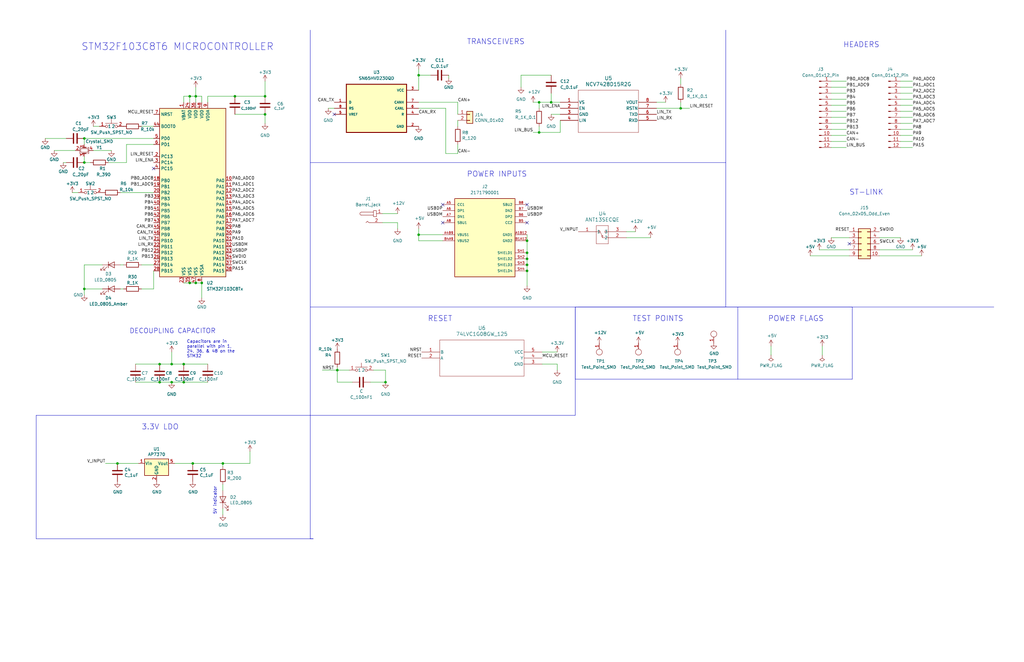
<source format=kicad_sch>
(kicad_sch (version 20230121) (generator eeschema)
  (paper "B")
  (title_block (title "Firmware Tester Board") (date "2022-02-10") (rev "1") (company "Olin Electric Motorsports") (comment 1 "Madison Tong"))
  (junction (at 82.55 119.38))
  (junction (at 72.39 161.29))
  (junction (at 77.47 161.29))
  (junction (at 222.25 106.68))
  (junction (at 35.56 68.58))
  (junction (at 287.02 45.72))
  (junction (at 67.31 161.29))
  (junction (at 222.25 101.6))
  (junction (at 222.25 114.3))
  (junction (at 82.55 40.64))
  (junction (at 142.24 156.21))
  (junction (at 111.76 48.26))
  (junction (at 176.53 31.75))
  (junction (at 93.98 195.58))
  (junction (at 49.53 195.58))
  (junction (at 35.56 121.92))
  (junction (at 111.76 40.64))
  (junction (at 35.56 58.42))
  (junction (at 80.01 40.64))
  (junction (at 162.56 161.29))
  (junction (at 227.33 43.18))
  (junction (at 222.25 111.76))
  (junction (at 232.41 43.18))
  (junction (at 72.39 153.67))
  (junction (at 81.28 195.58))
  (junction (at 99.06 40.64))
  (junction (at 67.31 153.67))
  (junction (at 222.25 109.22))
  (junction (at 80.01 119.38))
  (junction (at 176.53 99.06))
  (junction (at 85.09 119.38))
  (junction (at 77.47 153.67))
  (junction (at 227.33 55.88))
  (no_connect (at 64.77 71.12))
  (no_connect (at 358.14 102.87))
  (no_connect (at 186.69 93.98))
  (no_connect (at 140.97 48.26))
  (no_connect (at 186.69 86.36))
  (no_connect (at 222.25 93.98))
  (no_connect (at 222.25 86.36))
  (wire (pts (xy 43.18 111.76) (xy 35.56 111.76)))
  (wire (pts (xy 82.55 119.38) (xy 85.09 119.38)))
  (wire (pts (xy 193.04 48.26) (xy 193.04 43.18)))
  (wire (pts (xy 93.98 214.63) (xy 93.98 217.17)))
  (wire (pts (xy 356.87 36.83) (xy 350.52 36.83)))
  (wire (pts (xy 99.06 48.26) (xy 111.76 48.26)))
  (wire (pts (xy 193.04 64.77) (xy 187.96 64.77)))
  (wire (pts (xy 232.41 43.18) (xy 236.22 43.18)))
  (wire (pts (xy 26.67 68.58) (xy 27.94 68.58)))
  (polyline (pts (xy 359.41 160.02) (xy 359.41 129.54)))
  (wire (pts (xy 64.77 121.92) (xy 64.77 114.3)))
  (wire (pts (xy 189.23 31.75) (xy 189.23 33.02)))
  (wire (pts (xy 67.31 161.29) (xy 72.39 161.29)))
  (wire (pts (xy 224.79 43.18) (xy 227.33 43.18)))
  (wire (pts (xy 85.09 119.38) (xy 85.09 125.73)))
  (wire (pts (xy 186.69 101.6) (xy 176.53 101.6)))
  (wire (pts (xy 356.87 49.53) (xy 350.52 49.53)))
  (wire (pts (xy 142.24 156.21) (xy 147.32 156.21)))
  (wire (pts (xy 370.84 105.41) (xy 384.81 105.41)))
  (wire (pts (xy 39.37 53.34) (xy 41.91 53.34)))
  (wire (pts (xy 35.56 121.92) (xy 35.56 124.46)))
  (polyline (pts (xy 130.81 175.26) (xy 130.81 227.33)))
  (wire (pts (xy 53.34 60.96) (xy 64.77 60.96)))
  (wire (pts (xy 80.01 40.64) (xy 77.47 40.64)))
  (wire (pts (xy 87.63 40.64) (xy 99.06 40.64)))
  (polyline (pts (xy 130.81 227.33) (xy 132.08 227.33)))
  (wire (pts (xy 187.96 64.77) (xy 187.96 45.72)))
  (wire (pts (xy 93.98 204.47) (xy 93.98 207.01)))
  (wire (pts (xy 80.01 119.38) (xy 82.55 119.38)))
  (wire (pts (xy 276.86 43.18) (xy 280.67 43.18)))
  (wire (pts (xy 290.83 45.72) (xy 287.02 45.72)))
  (wire (pts (xy 384.81 41.91) (xy 379.73 41.91)))
  (wire (pts (xy 346.71 146.05) (xy 346.71 149.86)))
  (wire (pts (xy 87.63 43.18) (xy 87.63 40.64)))
  (wire (pts (xy 59.69 53.34) (xy 64.77 53.34)))
  (wire (pts (xy 77.47 153.67) (xy 72.39 153.67)))
  (wire (pts (xy 227.33 53.34) (xy 227.33 55.88)))
  (wire (pts (xy 80.01 40.64) (xy 82.55 40.64)))
  (wire (pts (xy 227.33 55.88) (xy 236.22 55.88)))
  (wire (pts (xy 38.1 68.58) (xy 35.56 68.58)))
  (wire (pts (xy 77.47 161.29) (xy 87.63 161.29)))
  (wire (pts (xy 350.52 100.33) (xy 358.14 100.33)))
  (wire (pts (xy 356.87 59.69) (xy 350.52 59.69)))
  (wire (pts (xy 176.53 101.6) (xy 176.53 99.06)))
  (wire (pts (xy 176.53 96.52) (xy 176.53 99.06)))
  (wire (pts (xy 53.34 68.58) (xy 53.34 60.96)))
  (wire (pts (xy 384.81 49.53) (xy 379.73 49.53)))
  (wire (pts (xy 50.8 111.76) (xy 52.07 111.76)))
  (wire (pts (xy 356.87 62.23) (xy 350.52 62.23)))
  (wire (pts (xy 193.04 60.96) (xy 193.04 64.77)))
  (wire (pts (xy 287.02 33.02) (xy 287.02 35.56)))
  (wire (pts (xy 50.8 81.28) (xy 64.77 81.28)))
  (wire (pts (xy 384.81 59.69) (xy 379.73 59.69)))
  (wire (pts (xy 222.25 101.6) (xy 222.25 106.68)))
  (polyline (pts (xy 130.81 12.7) (xy 130.81 175.26)))
  (wire (pts (xy 105.41 190.5) (xy 105.41 195.58)))
  (wire (pts (xy 176.53 29.21) (xy 176.53 31.75)))
  (wire (pts (xy 82.55 40.64) (xy 85.09 40.64)))
  (wire (pts (xy 356.87 39.37) (xy 350.52 39.37)))
  (wire (pts (xy 35.56 58.42) (xy 35.56 60.96)))
  (polyline (pts (xy 15.24 175.26) (xy 130.81 175.26)))
  (wire (pts (xy 384.81 46.99) (xy 379.73 46.99)))
  (wire (pts (xy 228.6 148.59) (xy 234.95 148.59)))
  (wire (pts (xy 99.06 40.64) (xy 111.76 40.64)))
  (wire (pts (xy 162.56 156.21) (xy 162.56 161.29)))
  (wire (pts (xy 356.87 41.91) (xy 350.52 41.91)))
  (wire (pts (xy 356.87 52.07) (xy 350.52 52.07)))
  (polyline (pts (xy 130.81 175.26) (xy 242.57 175.26)))
  (wire (pts (xy 77.47 153.67) (xy 87.63 153.67)))
  (polyline (pts (xy 130.81 68.58) (xy 306.07 68.58)))
  (wire (pts (xy 234.95 153.67) (xy 234.95 156.21)))
  (wire (pts (xy 193.04 50.8) (xy 193.04 53.34)))
  (wire (pts (xy 142.24 161.29) (xy 148.59 161.29)))
  (polyline (pts (xy 311.15 129.54) (xy 311.15 160.02)))
  (wire (pts (xy 356.87 54.61) (xy 350.52 54.61)))
  (wire (pts (xy 384.81 36.83) (xy 379.73 36.83)))
  (wire (pts (xy 142.24 154.94) (xy 142.24 156.21)))
  (wire (pts (xy 73.66 195.58) (xy 81.28 195.58)))
  (wire (pts (xy 58.42 195.58) (xy 49.53 195.58)))
  (wire (pts (xy 85.09 40.64) (xy 85.09 43.18)))
  (polyline (pts (xy 242.57 160.02) (xy 359.41 160.02)))
  (wire (pts (xy 227.33 45.72) (xy 227.33 43.18)))
  (wire (pts (xy 67.31 153.67) (xy 72.39 153.67)))
  (wire (pts (xy 50.8 121.92) (xy 52.07 121.92)))
  (wire (pts (xy 356.87 57.15) (xy 350.52 57.15)))
  (wire (pts (xy 156.21 161.29) (xy 162.56 161.29)))
  (wire (pts (xy 384.81 52.07) (xy 379.73 52.07)))
  (wire (pts (xy 384.81 39.37) (xy 379.73 39.37)))
  (polyline (pts (xy 358.14 129.54) (xy 242.57 129.54)))
  (wire (pts (xy 341.63 107.95) (xy 358.14 107.95)))
  (wire (pts (xy 111.76 48.26) (xy 111.76 52.07)))
  (wire (pts (xy 72.39 148.59) (xy 72.39 153.67)))
  (wire (pts (xy 356.87 34.29) (xy 350.52 34.29)))
  (wire (pts (xy 72.39 161.29) (xy 77.47 161.29)))
  (wire (pts (xy 193.04 43.18) (xy 176.53 43.18)))
  (polyline (pts (xy 242.57 175.26) (xy 242.57 129.54)))
  (wire (pts (xy 59.69 121.92) (xy 64.77 121.92)))
  (wire (pts (xy 43.18 121.92) (xy 35.56 121.92)))
  (wire (pts (xy 222.25 111.76) (xy 222.25 114.3)))
  (wire (pts (xy 384.81 34.29) (xy 379.73 34.29)))
  (wire (pts (xy 93.98 196.85) (xy 93.98 195.58)))
  (wire (pts (xy 227.33 43.18) (xy 232.41 43.18)))
  (polyline (pts (xy 306.07 68.58) (xy 306.07 12.7)))
  (wire (pts (xy 46.99 63.5) (xy 39.37 63.5)))
  (wire (pts (xy 30.48 81.28) (xy 33.02 81.28)))
  (wire (pts (xy 27.94 58.42) (xy 19.05 58.42)))
  (wire (pts (xy 222.25 106.68) (xy 222.25 109.22)))
  (wire (pts (xy 222.25 114.3) (xy 222.25 120.65)))
  (wire (pts (xy 232.41 48.26) (xy 236.22 48.26)))
  (wire (pts (xy 236.22 55.88) (xy 236.22 50.8)))
  (polyline (pts (xy 130.81 129.54) (xy 306.07 129.54)))
  (wire (pts (xy 59.69 111.76) (xy 64.77 111.76)))
  (wire (pts (xy 35.56 58.42) (xy 64.77 58.42)))
  (polyline (pts (xy 15.24 175.26) (xy 15.24 227.33)))
  (wire (pts (xy 111.76 40.64) (xy 111.76 34.29)))
  (wire (pts (xy 287.02 45.72) (xy 276.86 45.72)))
  (wire (pts (xy 264.16 97.79) (xy 267.97 97.79)))
  (wire (pts (xy 142.24 156.21) (xy 142.24 161.29)))
  (wire (pts (xy 161.29 90.17) (xy 167.64 90.17)))
  (wire (pts (xy 222.25 109.22) (xy 222.25 111.76)))
  (wire (pts (xy 176.53 99.06) (xy 186.69 99.06)))
  (wire (pts (xy 370.84 100.33) (xy 379.73 100.33)))
  (wire (pts (xy 82.55 36.83) (xy 82.55 40.64)))
  (wire (pts (xy 57.15 161.29) (xy 67.31 161.29)))
  (wire (pts (xy 370.84 107.95) (xy 388.62 107.95)))
  (wire (pts (xy 384.81 57.15) (xy 379.73 57.15)))
  (wire (pts (xy 161.29 93.98) (xy 167.64 93.98)))
  (wire (pts (xy 162.56 156.21) (xy 157.48 156.21)))
  (wire (pts (xy 187.96 45.72) (xy 176.53 45.72)))
  (wire (pts (xy 176.53 31.75) (xy 176.53 38.1)))
  (polyline (pts (xy 130.81 227.33) (xy 132.08 227.33)))
  (wire (pts (xy 44.45 195.58) (xy 49.53 195.58)))
  (polyline (pts (xy 359.41 129.54) (xy 358.14 129.54)))
  (wire (pts (xy 77.47 119.38) (xy 80.01 119.38)))
  (wire (pts (xy 274.32 100.33) (xy 264.16 100.33)))
  (wire (pts (xy 345.44 105.41) (xy 358.14 105.41)))
  (wire (pts (xy 167.64 93.98) (xy 167.64 96.52)))
  (wire (pts (xy 80.01 43.18) (xy 80.01 40.64)))
  (wire (pts (xy 222.25 99.06) (xy 222.25 101.6)))
  (wire (pts (xy 82.55 40.64) (xy 82.55 43.18)))
  (wire (pts (xy 224.79 55.88) (xy 227.33 55.88)))
  (wire (pts (xy 219.71 31.75) (xy 219.71 36.83)))
  (wire (pts (xy 81.28 195.58) (xy 93.98 195.58)))
  (wire (pts (xy 93.98 195.58) (xy 105.41 195.58)))
  (wire (pts (xy 356.87 46.99) (xy 350.52 46.99)))
  (wire (pts (xy 135.89 156.21) (xy 142.24 156.21)))
  (wire (pts (xy 232.41 31.75) (xy 219.71 31.75)))
  (wire (pts (xy 325.12 149.86) (xy 325.12 146.05)))
  (wire (pts (xy 384.81 62.23) (xy 379.73 62.23)))
  (wire (pts (xy 35.56 111.76) (xy 35.56 121.92)))
  (wire (pts (xy 176.53 31.75) (xy 181.61 31.75)))
  (wire (pts (xy 31.75 63.5) (xy 22.86 63.5)))
  (wire (pts (xy 57.15 153.67) (xy 67.31 153.67)))
  (wire (pts (xy 35.56 66.04) (xy 35.56 68.58)))
  (wire (pts (xy 45.72 68.58) (xy 53.34 68.58)))
  (wire (pts (xy 356.87 44.45) (xy 350.52 44.45)))
  (wire (pts (xy 384.81 44.45) (xy 379.73 44.45)))
  (wire (pts (xy 140.97 45.72) (xy 138.43 45.72)))
  (wire (pts (xy 77.47 40.64) (xy 77.47 43.18)))
  (polyline (pts (xy 242.57 129.54) (xy 242.57 160.02)))
  (wire (pts (xy 287.02 43.18) (xy 287.02 45.72)))
  (wire (pts (xy 228.6 153.67) (xy 234.95 153.67)))
  (polyline (pts (xy 306.07 129.54) (xy 306.07 68.58)))
  (wire (pts (xy 384.81 54.61) (xy 379.73 54.61)))
  (polyline (pts (xy 243.84 129.54) (xy 419.1 129.54)))
  (polyline (pts (xy 15.24 227.33) (xy 130.81 227.33)))
  (wire (pts (xy 232.41 39.37) (xy 232.41 43.18)))
  (text "POWER INPUTS" (at 196.85 74.93 0) (effects (font (size 2.2606 2.2606)) (justify left bottom)))
  (text "3.3V LDO" (at 59.69 181.61 0) (effects (font (size 2.2606 2.2606)) (justify left bottom)))
  (text "Capacitors are in \nparallel with pin 1,\n24, 36, & 48 on the \nSTM32\n" (at 78.74 151.13 0) (effects (font (size 1.27 1.27)) (justify left bottom)))
  (text "ST-LINK" (at 358.14 82.55 0) (effects (font (size 2.2606 2.2606)) (justify left bottom)))
  (text "TEST POINTS" (at 266.7 135.89 0) (effects (font (size 2.2606 2.2606)) (justify left bottom)))
  (text "TRANSCEIVERS" (at 196.85 19.05 0) (effects (font (size 2.2606 2.2606)) (justify left bottom)))
  (text "HEADERS" (at 355.6 20.32 0) (effects (font (size 2.2606 2.2606)) (justify left bottom)))
  (text "POWER FLAGS\n" (at 323.85 135.89 0) (effects (font (size 2.2606 2.2606)) (justify left bottom)))
  (text "5V indicator" (at 91.44 217.17 90) (effects (font (size 1.27 1.27)) (justify left bottom)))
  (text "STM32F103C8T6 MICROCONTROLLER\n" (at 34.29 21.59 0) (effects (font (size 3 3)) (justify left bottom)))
  (text "DECOUPLING CAPACITOR" (at 54.61 140.97 0) (effects (font (size 2 2)) (justify left bottom)))
  (text "RESET" (at 180.34 135.89 0) (effects (font (size 2.2606 2.2606)) (justify left bottom)))
  (label "PB5" (at 64.77 88.9 180))
  (label "LIN_BUS" (at 224.79 55.88 180))
  (label "PA4_ADC4" (at 97.79 86.36 0))
  (label "PA10" (at 97.79 101.6 0))
  (label "CAN-" (at 356.87 59.69 0))
  (label "PA0_ADC0" (at 97.79 76.2 0))
  (label "PA1_ADC1" (at 97.79 78.74 0))
  (label "PB4" (at 356.87 41.91 0))
  (label "USBDM" (at 186.69 91.44 180))
  (label "USBDM" (at 97.79 104.14 0))
  (label "USBDP" (at 97.79 106.68 0))
  (label "MCU_RESET" (at 64.77 48.26 180))
  (label "PA4_ADC4" (at 384.81 44.45 0))
  (label "PB6" (at 356.87 46.99 0))
  (label "PA3_ADC3" (at 384.81 41.91 0))
  (label "PA6_ADC6" (at 97.79 91.44 0))
  (label "PB6" (at 64.77 91.44 180))
  (label "SWCLK" (at 370.84 102.87 0))
  (label "CAN-" (at 193.04 64.77 0))
  (label "PB3" (at 64.77 83.82 180))
  (label "PB4" (at 64.77 86.36 180))
  (label "LIN_TX" (at 276.86 48.26 0))
  (label "PB12" (at 356.87 52.07 0))
  (label "PA2_ADC2" (at 384.81 39.37 0))
  (label "RESET" (at 177.8 151.13 180))
  (label "PB13" (at 64.77 109.22 180))
  (label "PB13" (at 356.87 54.61 0))
  (label "LIN_TX" (at 64.77 101.6 180))
  (label "PA1_ADC1" (at 384.81 36.83 0))
  (label "NRST" (at 135.89 156.21 0))
  (label "PA9" (at 97.79 99.06 0))
  (label "LIN_RX" (at 64.77 104.14 180))
  (label "RESET" (at 358.14 97.79 180))
  (label "SWDIO" (at 97.79 109.22 0))
  (label "USBDP" (at 222.25 91.44 0))
  (label "PA5_ADC5" (at 384.81 46.99 0))
  (label "CAN+" (at 356.87 57.15 0))
  (label "PB0_ADC8" (at 64.77 76.2 180))
  (label "MCU_RESET" (at 228.6 151.13 0))
  (label "PA0_ADC0" (at 384.81 34.29 0))
  (label "PA6_ADC6" (at 384.81 49.53 0))
  (label "PA8" (at 384.81 54.61 0))
  (label "LIN_RESET" (at 64.77 66.04 180))
  (label "PB12" (at 64.77 106.68 180))
  (label "PA5_ADC5" (at 97.79 88.9 0))
  (label "SWDIO" (at 370.84 97.79 0))
  (label "PA15" (at 384.81 62.23 0))
  (label "LIN_RESET" (at 290.83 45.72 0))
  (label "PB1_ADC9" (at 64.77 78.74 180))
  (label "PA10" (at 384.81 59.69 0))
  (label "V_INPUT" (at 243.84 97.79 180))
  (label "USBDM" (at 222.25 88.9 0))
  (label "PB3" (at 356.87 39.37 0))
  (label "LIN_BUS" (at 356.87 62.23 0))
  (label "CAN_RX" (at 176.53 48.26 0))
  (label "USBDP" (at 186.69 88.9 180))
  (label "PA8" (at 97.79 96.52 0))
  (label "PA15" (at 97.79 114.3 0))
  (label "CAN_RX" (at 64.77 96.52 180))
  (label "PA7_ADC7" (at 384.81 52.07 0))
  (label "LIN_RX" (at 276.86 50.8 0))
  (label "PB0_ADC8" (at 356.87 34.29 0))
  (label "SWCLK" (at 97.79 111.76 0))
  (label "PA9" (at 384.81 57.15 0))
  (label "CAN_TX" (at 140.97 43.18 180))
  (label "PB1_ADC9" (at 356.87 36.83 0))
  (label "LIN_ENA" (at 64.77 68.58 180))
  (label "PA7_ADC7" (at 97.79 93.98 0))
  (label "PB5" (at 356.87 44.45 0))
  (label "PB7" (at 64.77 93.98 180))
  (label "LIN_ENA" (at 236.22 45.72 180))
  (label "PA2_ADC2" (at 97.79 81.28 0))
  (label "CAN+" (at 193.04 43.18 0))
  (label "NRST" (at 177.8 148.59 180))
  (label "PA3_ADC3" (at 97.79 83.82 0))
  (label "PB7" (at 356.87 49.53 0))
  (label "CAN_TX" (at 64.77 99.06 180))
  (label "V_INPUT" (at 44.45 195.58 180))
  (symbol (lib_id "power:PWR_FLAG") (at 325.12 149.86 180) (unit 1)
    (property "Reference" "#FLG?" (effects hide))
    (property "Value" "PWR_FLAG" (at 325.12 154.2796 0))
  )
  (symbol (lib_id "power:+5V") (at 325.12 146.05 0) (unit 1)
    (property "Reference" "#PWR?" (effects hide))
    (property "Value" "+5V" (at 325.501 141.6558 0))
  )
  (symbol (lib_id "formula:SW_Push_SPST_NO") (at 152.4 156.21 0) (unit 1)
    (property "Reference" "SW1" (at 162.56 149.86 0))
    (property "Value" "SW_Push_SPST_NO" (at 162.56 152.4 0))
    (property "Footprint" "footprints:SW_B3U-1000P_4.2x1.7mm" (effects hide))
    (property "Datasheet" "https://omronfs.omron.com/en_US/ecb/products/pdf/en-b3u.pdf" (effects hide))
    (property "MFN" "DK" (effects hide))
    (property "MPN" "SW1020CT-ND" (effects hide))
    (property "PurchasingLink" "https://www.digikey.com/product-detail/en/omron-electronics-inc-emc-div/B3U-1000P/SW1020CT-ND/1534357A" (effects hide))
  )
  (symbol (lib_id "formula:AP7370") (at 66.04 195.58 0) (unit 1)
    (property "Reference" "U1" (at 66.04 189.4332 0))
    (property "Value" "AP7370" (at 66.04 191.7446 0))
    (property "Footprint" "footprints:SOT-23-5" (effects hide))
    (property "Datasheet" "https://www.diodes.com/assets/Datasheets/AP7370.pdf" (effects hide))
    (property "MFN" "DK" (effects hide))
    (property "MPN" "AP7370-50W5-7DICT-ND" (effects hide))
    (property "PurchasingLink" "https://www.digikey.com/en/products/detail/diodes-incorporated/AP7370-50W5-7/10235827" (effects hide))
  )
  (symbol (lib_id "power:GND") (at 66.04 203.2 0) (unit 1)
    (property "Reference" "#PWR?" (effects hide))
    (property "Value" "GND" (at 66.167 207.5942 0))
  )
  (symbol (lib_id "formula:C_1uF") (at 49.53 200.66 0) (unit 1)
    (property "Reference" "C4" (at 52.451 198.2216 0) (effects (justify left)))
    (property "Value" "C_1uF" (at 52.451 200.533 0) (effects (justify left)))
    (property "Footprint" "footprints:C_0805_OEM" (effects hide))
    (property "Datasheet" "https://www.yageo.com/upload/media/product/productsearch/datasheet/mlcc/UPY-GPHC_Y5V_6.3V-to-50V_9.pdf" (effects hide))
    (property "PurchasingLink" "https://www.digikey.com/product-detail/en/yageo/CC0805ZKY5V9BB105/311-1909-1-ND/5195811#images" (effects hide))
  )
  (symbol (lib_id "power:GND") (at 49.53 203.2 0) (unit 1)
    (property "Reference" "#PWR?" (effects hide))
    (property "Value" "GND" (at 49.657 207.5942 0))
  )
  (symbol (lib_id "formula:C_1uF") (at 81.28 200.66 0) (unit 1)
    (property "Reference" "C5" (at 84.201 198.2216 0) (effects (justify left)))
    (property "Value" "C_1uF" (at 84.201 200.533 0) (effects (justify left)))
    (property "Footprint" "footprints:C_0805_OEM" (effects hide))
    (property "Datasheet" "https://www.yageo.com/upload/media/product/productsearch/datasheet/mlcc/UPY-GPHC_Y5V_6.3V-to-50V_9.pdf" (effects hide))
    (property "PurchasingLink" "https://www.digikey.com/product-detail/en/yageo/CC0805ZKY5V9BB105/311-1909-1-ND/5195811#images" (effects hide))
  )
  (symbol (lib_id "power:GND") (at 81.28 203.2 0) (unit 1)
    (property "Reference" "#PWR?" (effects hide))
    (property "Value" "GND" (at 81.407 207.5942 0))
  )
  (symbol (lib_id "formula:R_200") (at 93.98 200.66 0) (unit 1)
    (property "Reference" "R3" (at 95.758 199.4916 0) (effects (justify left)))
    (property "Value" "R_200" (at 95.758 201.803 0) (effects (justify left)))
    (property "Footprint" "footprints:R_0805_OEM" (effects hide))
    (property "Datasheet" "https://www.seielect.com/Catalog/SEI-RMCF_RMCP.pdf" (effects hide))
    (property "MFN" "DK" (effects hide))
    (property "MPN" "RMCF0805JT200RCT-ND" (effects hide))
    (property "PurchasingLink" "https://www.digikey.com/products/en?keywords=RMCF0805JT200RCT-ND" (effects hide))
  )
  (symbol (lib_id "formula:LED_0805") (at 93.98 210.82 90) (unit 1)
    (property "Reference" "D2" (at 96.9518 209.8294 90) (effects (justify right)))
    (property "Value" "LED_0805" (at 96.9518 212.1408 90) (effects (justify right)))
    (property "Footprint" "footprints:LED_0805_OEM" (effects hide))
    (property "Datasheet" "http://www.osram-os.com/Graphics/XPic9/00078860_0.pdf" (effects hide))
    (property "MFN" "DK" (effects hide))
    (property "MPN" "475-1410-1-ND" (effects hide))
    (property "PurchasingLink" "https://www.digikey.com/products/en?keywords=475-1410-1-ND" (effects hide))
  )
  (symbol (lib_id "power:GND") (at 93.98 217.17 0) (unit 1)
    (property "Reference" "#PWR?" (effects hide))
    (property "Value" "GND" (at 94.107 221.5642 0))
  )
  (symbol (lib_id "formula:Test_Point_SMD") (at 252.73 146.05 180) (unit 1)
    (property "Reference" "TP1" (at 251.46 152.4 0) (effects (justify right)))
    (property "Value" "Test_Point_SMD" (at 245.11 154.94 0) (effects (justify right)))
    (property "Footprint" "footprints:Test_Point_SMD" (effects hide))
  )
  (symbol (lib_id "power:+12V") (at 252.73 144.78 0) (unit 1)
    (property "Reference" "#PWR?" (effects hide))
    (property "Value" "+12V" (at 253.111 140.3858 0))
  )
  (symbol (lib_id "formula:Test_Point_SMD") (at 269.24 146.05 180) (unit 1)
    (property "Reference" "TP2" (at 267.97 152.4 0) (effects (justify right)))
    (property "Value" "Test_Point_SMD" (at 261.62 154.94 0) (effects (justify right)))
    (property "Footprint" "footprints:Test_Point_SMD" (effects hide))
  )
  (symbol (lib_id "formula:Test_Point_SMD") (at 300.99 143.51 0) (unit 1)
    (property "Reference" "TP3" (at 302.26 152.4 0) (effects (justify right)))
    (property "Value" "Test_Point_SMD" (at 308.61 154.94 0) (effects (justify right)))
    (property "Footprint" "footprints:Test_Point_SMD" (effects hide))
  )
  (symbol (lib_id "power:+5V") (at 269.24 144.78 0) (unit 1)
    (property "Reference" "#PWR?" (effects hide))
    (property "Value" "+5V" (at 269.621 140.3858 0))
  )
  (symbol (lib_id "power:GND") (at 300.99 144.78 0) (unit 1)
    (property "Reference" "#PWR?" (effects hide))
    (property "Value" "GND" (at 301.117 149.1742 0))
  )
  (symbol (lib_id "Device:R") (at 142.24 151.13 0) (unit 1)
    (property "Reference" "R4" (at 138.43 149.86 0))
    (property "Value" "R_10k" (at 137.16 147.32 0))
  )
  (symbol (lib_id "power:GND") (at 176.53 53.34 0) (unit 1)
    (property "Reference" "#PWR?" (effects hide))
    (property "Value" "GND" (at 176.53 58.42 0))
  )
  (symbol (lib_id "AND Gate:74LVC1G08GW_125") (at 177.8 148.59 0) (unit 1)
    (property "Reference" "U6" (at 203.2 138.43 0) (effects (font (size 1.524 1.524))))
    (property "Value" "74LVC1G08GW_125" (at 203.2 140.97 0) (effects (font (size 1.524 1.524))))
    (property "Footprint" "SOT353_NEX" (effects hide))
    (property "Datasheet" "74LVC1G08GW_125" (effects hide))
  )
  (symbol (lib_id "Device:R") (at 46.99 81.28 270) (unit 1)
    (property "Reference" "R6" (at 52.07 77.47 90))
    (property "Value" "R_10k" (at 53.34 80.01 90))
  )
  (symbol (lib_id "power:+3V3") (at 346.71 146.05 0) (unit 1)
    (property "Reference" "#PWR?" (effects hide))
    (property "Value" "+3V3" (at 346.71 142.24 0))
  )
  (symbol (lib_id "power:+3V3") (at 105.41 190.5 0) (unit 1)
    (property "Reference" "#PWR?" (effects hide))
    (property "Value" "+3V3" (at 105.41 186.69 0))
  )
  (symbol (lib_id "formula:C_100nF") (at 77.47 157.48 0) (unit 1)
    (property "Reference" "C9" (at 80.01 157.48 0) (effects (justify left)))
    (property "Value" "C_100nF" (at 73.66 160.02 0) (effects (justify left)))
    (property "Footprint" "footprints:C_0603_1608Metric" (effects hide))
    (property "Datasheet" "http://www.samsungsem.com/kr/support/product-search/mlcc/CL10A475KQ8NNNC.jsp" (effects hide))
    (property "MFN" "DK" (effects hide))
    (property "MPN" "1276-6717-1-ND" (effects hide))
    (property "PurchasingLink" "https://www.digikey.com/product-detail/en/samsung-electro-mechanics/CL10B104KA8WPNC/1276-6717-1-ND/5961576" (effects hide))
  )
  (symbol (lib_id "formula:C_100nF") (at 57.15 157.48 0) (unit 1)
    (property "Reference" "C7" (at 59.69 157.48 0) (effects (justify left)))
    (property "Value" "C_100nF" (at 53.34 160.02 0) (effects (justify left)))
    (property "Footprint" "footprints:C_0603_1608Metric" (effects hide))
    (property "Datasheet" "http://www.samsungsem.com/kr/support/product-search/mlcc/CL10A475KQ8NNNC.jsp" (effects hide))
    (property "MFN" "DK" (effects hide))
    (property "MPN" "1276-6717-1-ND" (effects hide))
    (property "PurchasingLink" "https://www.digikey.com/product-detail/en/samsung-electro-mechanics/CL10B104KA8WPNC/1276-6717-1-ND/5961576" (effects hide))
  )
  (symbol (lib_id "power:+5V") (at 274.32 100.33 0) (unit 1)
    (property "Reference" "#PWR?" (effects hide))
    (property "Value" "+5V" (at 274.701 95.9358 0))
  )
  (symbol (lib_id "power:+3V3") (at 82.55 36.83 0) (unit 1)
    (property "Reference" "#PWR?" (effects hide))
    (property "Value" "+3V3" (at 82.55 33.02 0))
  )
  (symbol (lib_id "Device:C") (at 31.75 58.42 270) (unit 1)
    (property "Reference" "C1" (at 31.75 52.07 90) (effects (justify left)))
    (property "Value" "C_20pF" (at 30.48 54.61 90) (effects (justify left)))
  )
  (symbol (lib_id "formula:R_120_DNP") (at 193.04 57.15 0) (unit 1)
    (property "Reference" "R8" (at 194.818 55.9816 0) (effects (justify left)))
    (property "Value" "R_120" (at 194.818 58.293 0) (effects (justify left)))
    (property "Footprint" "footprints:R_0805_OEM" (effects hide))
    (property "Datasheet" "https://www.mouser.com/datasheet/2/315/AOA0000C304-1149620.pdf" (effects hide))
    (property "MFN" "DK" (effects hide))
    (property "MPN" "667-ERJ-6ENF1200V" (effects hide))
    (property "PurchasingLink" "https://www.mouser.com/ProductDetail/Panasonic-Industrial-Devices/ERJ-6ENF1200V?qs=sGAEpiMZZMvdGkrng054t8AJgcdMkx7x%252bFQnctTMUmU%3d" (effects hide))
  )
  (symbol (lib_id "power:+12V") (at 267.97 97.79 0) (unit 1)
    (property "Reference" "#PWR?" (effects hide))
    (property "Value" "+12V" (at 268.351 93.3958 0))
  )
  (symbol (lib_id "formula:C_1uF") (at 111.76 45.72 0) (unit 1)
    (property "Reference" "C6" (at 116.84 43.8149 0) (effects (justify left)))
    (property "Value" "C_1uF" (at 115.57 45.72 0) (effects (font (size 1 1)) (justify left)))
    (property "Footprint" "footprints:C_0805_OEM" (effects hide))
    (property "Datasheet" "https://media.digikey.com/pdf/Data%20Sheets/Samsung%20PDFs/CL21B105KBFNNNG_Spec.pdf" (effects hide))
    (property "PurchasingLink" "https://www.digikey.com/en/products/detail/samsung-electro-mechanics/CL21B105KBFNNNG/3894467" (effects hide))
    (property "MFN" "DK" (effects hide))
    (property "MPN" "1276-6470-1-ND" (effects hide))
  )
  (symbol (lib_id "power:+12V") (at 167.64 90.17 0) (unit 1)
    (property "Reference" "#PWR?" (effects hide))
    (property "Value" "+12V" (at 168.021 85.7758 0))
  )
  (symbol (lib_id "power:GND") (at 162.56 161.29 0) (unit 1)
    (property "Reference" "#PWR?" (effects hide))
    (property "Value" "GND" (at 162.56 166.37 0))
  )
  (symbol (lib_id "Connector:Conn_01x12_Pin") (at 345.44 46.99 0) (unit 1)
    (property "Reference" "J3" (at 346.075 29.21 0))
    (property "Value" "Conn_01x12_Pin" (at 346.075 31.75 0))
  )
  (symbol (lib_id "LIN Transceiver:NCV7428D15R2G") (at 236.22 43.18 0) (unit 1)
    (property "Reference" "U5" (at 256.54 33.02 0) (effects (font (size 1.524 1.524))))
    (property "Value" "NCV7428D15R2G" (at 256.54 35.56 0) (effects (font (size 1.524 1.524))))
    (property "Footprint" "SOIC8_ONS" (effects hide))
    (property "Datasheet" "NCV7428D15R2G" (effects hide))
  )
  (symbol (lib_name "GND_6") (lib_id "power:GND") (at 234.95 156.21 0) (unit 1)
    (property "Reference" "#PWR?" (effects hide))
    (property "Value" "GND" (at 234.95 161.29 0))
  )
  (symbol (lib_id "formula:R_1K_0.1") (at 287.02 39.37 0) (unit 1)
    (property "Reference" "R2" (at 289.56 38.1 0) (effects (justify left)))
    (property "Value" "R_1K_0.1" (at 289.56 40.64 0) (effects (justify left)))
    (property "Footprint" "footprints:R_0805_OEM" (effects hide))
    (property "Datasheet" "https://industrial.panasonic.com/cdbs/www-data/pdf/RDM0000/AOA0000C307.pdf" (effects hide))
    (property "MFN" "DK" (effects hide))
    (property "MPN" "P1.0KDACT-ND" (effects hide))
    (property "PurchasingLink" "https://www.digikey.com/product-detail/en/panasonic-electronic-components/ERA-6AEB102V/P1.0KDACT-ND/1465947" (effects hide))
  )
  (symbol (lib_name "GND_4") (lib_id "power:GND") (at 232.41 48.26 0) (unit 1)
    (property "Reference" "#PWR?" (effects hide))
    (property "Value" "GND" (at 232.41 53.34 0))
  )
  (symbol (lib_id "Device:C") (at 152.4 161.29 90) (unit 1)
    (property "Reference" "C_100nF1" (at 152.4 167.64 90))
    (property "Value" "C" (at 152.4 165.1 90))
  )
  (symbol (lib_id "power:+5V") (at 341.63 107.95 0) (unit 1)
    (property "Reference" "#PWR?" (effects hide))
    (property "Value" "+5V" (at 341.63 104.14 0))
  )
  (symbol (lib_id "power:+3V3") (at 111.76 34.29 0) (unit 1)
    (property "Reference" "#PWR?" (effects hide))
    (property "Value" "+3V3" (at 111.76 30.48 0))
  )
  (symbol (lib_id "power:GND") (at 111.76 52.07 0) (unit 1)
    (property "Reference" "#PWR?" (effects hide))
    (property "Value" "GND" (at 111.76 57.15 0))
  )
  (symbol (lib_id "formula:LED_0805_Amber") (at 46.99 121.92 0) (unit 1)
    (property "Reference" "D4" (at 45.72 125.73 0))
    (property "Value" "LED_0805_Amber" (at 45.72 128.27 0))
    (property "Footprint" "footprints:LED_0805_OEM" (effects hide))
    (property "Datasheet" "https://media.digikey.com/pdf/Data%20Sheets/Chicago%20Miniature%20Lamps%20PDFs/CMDA5_Series_Rev_Aug_2014.pdf" (effects hide))
    (property "MFN" "DK" (effects hide))
    (property "MPN" "L71517CT-ND" (effects hide))
    (property "PurchasingLink" "https://www.digikey.com/product-detail/en/visual-communications-company-vcc/CMDA5DY7D1S/L71517CT-ND/614867" (effects hide))
  )
  (symbol (lib_id "power:+3.3V") (at 287.02 33.02 0) (unit 1)
    (property "Reference" "#PWR?" (effects hide))
    (property "Value" "+3.3V" (at 287.02 29.21 0))
  )
  (symbol (lib_id "formula:C_0.1uF") (at 232.41 35.56 0) (unit 1)
    (property "Reference" "C12" (at 236.22 34.29 0) (effects (justify left)))
    (property "Value" "C_0.1uF" (at 236.22 36.83 0) (effects (justify left)))
    (property "Footprint" "footprints:C_0805_OEM" (effects hide))
    (property "Datasheet" "http://datasheets.avx.com/X7RDielectric.pdf" (effects hide))
    (property "MFN" "DK" (effects hide))
    (property "MPN" "478-3352-1-ND" (effects hide))
    (property "PurchasingLink" "https://www.digikey.com/products/en?keywords=478-3352-1-ND" (effects hide))
  )
  (symbol (lib_id "power:GND") (at 85.09 125.73 0) (unit 1)
    (property "Reference" "#PWR?" (effects hide))
    (property "Value" "GND" (at 85.09 129.54 0))
  )
  (symbol (lib_id "formula:R_1K_0.1") (at 227.33 49.53 180) (unit 1)
    (property "Reference" "R5" (at 217.17 46.99 0) (effects (justify right)))
    (property "Value" "R_1K_0.1" (at 217.17 49.53 0) (effects (justify right)))
    (property "Footprint" "footprints:R_0805_OEM" (effects hide))
    (property "Datasheet" "https://industrial.panasonic.com/cdbs/www-data/pdf/RDM0000/AOA0000C307.pdf" (effects hide))
    (property "MFN" "DK" (effects hide))
    (property "MPN" "P1.0KDACT-ND" (effects hide))
    (property "PurchasingLink" "https://www.digikey.com/product-detail/en/panasonic-electronic-components/ERA-6AEB102V/P1.0KDACT-ND/1465947" (effects hide))
  )
  (symbol (lib_id "power:GND") (at 350.52 100.33 0) (unit 1)
    (property "Reference" "#PWR?" (effects hide))
    (property "Value" "GND" (at 350.52 104.14 0))
  )
  (symbol (lib_name "GND_1") (lib_id "power:GND") (at 35.56 124.46 0) (unit 1)
    (property "Reference" "#PWR?" (effects hide))
    (property "Value" "GND" (at 33.02 124.46 0))
  )
  (symbol (lib_id "power:+3.3V") (at 234.95 148.59 0) (unit 1)
    (property "Reference" "#PWR?" (effects hide))
    (property "Value" "+3.3V" (at 234.95 144.78 0))
  )
  (symbol (lib_id "formula:Crystal_SMD") (at 35.56 63.5 270) (unit 1)
    (property "Reference" "Y1" (at 41.91 62.23 90))
    (property "Value" "Crystal_SMD" (at 41.91 59.69 90))
    (property "Footprint" "footprints:Crystal_SMD_FA238" (effects hide))
    (property "Datasheet" "http://www.txccorp.com/download/products/quartz_crystals/2015TXC_7M_17.pdf" (effects hide))
    (property "MFN" "DK" (effects hide))
    (property "MPN" "887-1125-1-ND" (effects hide))
    (property "PurchasingLink" "https://www.digikey.com/product-detail/en/txc-corporation/7M-16.000MAAJ-T/887-1125-1-ND/2119014" (effects hide))
  )
  (symbol (lib_id "Connector:Conn_01x12_Pin") (at 374.65 46.99 0) (unit 1)
    (property "Reference" "J4" (at 375.285 29.21 0))
    (property "Value" "Conn_01x12_Pin" (at 375.285 31.75 0))
  )
  (symbol (lib_id "power:GND") (at 22.86 63.5 0) (unit 1)
    (property "Reference" "#PWR?" (effects hide))
    (property "Value" "GND" (at 22.86 67.31 0))
  )
  (symbol (lib_id "power:GND") (at 19.05 58.42 0) (unit 1)
    (property "Reference" "#PWR?" (effects hide))
    (property "Value" "GND" (at 19.05 62.23 0))
  )
  (symbol (lib_id "SPDT Switch:ANT13SECQE") (at 243.84 97.79 0) (unit 1)
    (property "Reference" "U4" (at 254 90.17 0) (effects (font (size 1.524 1.524))))
    (property "Value" "ANT13SECQE" (at 254 92.71 0) (effects (font (size 1.524 1.524))))
    (property "Footprint" "ANT13SEC_CRS" (effects hide))
    (property "Datasheet" "ANT13SECQE" (effects hide))
  )
  (symbol (lib_id "formula:Barrel_jack") (at 156.21 85.09 0) (unit 1)
    (property "Reference" "J1" (at 155.2588 83.82 0))
    (property "Value" "Barrel_jack" (at 155.2588 86.36 0))
    (property "Footprint" "footprints:barrel_jack_PJ-037A" (effects hide))
    (property "Datasheet" "https://www.cui.com/product/resource/pj-037a.pdf" (effects hide))
    (property "MFN" "DK" (effects hide))
    (property "MPN" "CP-037A-ND" (effects hide))
    (property "PurchasingLink" "https://www.digikey.com/product-detail/en/cui-inc/PJ-037A/CP-037A-ND/1644545" (effects hide))
  )
  (symbol (lib_id "formula:C_100nF") (at 99.06 44.45 0) (unit 1)
    (property "Reference" "C3" (at 102.87 43.18 0) (effects (justify left)))
    (property "Value" "C_100nF" (at 101.6 45.72 0) (effects (font (size 1 1)) (justify left)))
    (property "Footprint" "footprints:C_0603_1608Metric" (effects hide))
    (property "Datasheet" "http://www.samsungsem.com/kr/support/product-search/mlcc/CL10A475KQ8NNNC.jsp" (effects hide))
    (property "MFN" "DK" (effects hide))
    (property "MPN" "1276-6717-1-ND" (effects hide))
    (property "PurchasingLink" "https://www.digikey.com/product-detail/en/samsung-electro-mechanics/CL10B104KA8WPNC/1276-6717-1-ND/5961576" (effects hide))
  )
  (symbol (lib_id "power:+3V3") (at 384.81 105.41 0) (unit 1)
    (property "Reference" "#PWR?" (effects hide))
    (property "Value" "+3V3" (at 384.81 101.6 0))
  )
  (symbol (lib_id "formula:C_100nF") (at 87.63 157.48 0) (unit 1)
    (property "Reference" "C10" (at 90.17 157.48 0) (effects (justify left)))
    (property "Value" "C_100nF" (at 83.82 160.02 0) (effects (justify left)))
    (property "Footprint" "footprints:C_0603_1608Metric" (effects hide))
    (property "Datasheet" "http://www.samsungsem.com/kr/support/product-search/mlcc/CL10A475KQ8NNNC.jsp" (effects hide))
    (property "MFN" "DK" (effects hide))
    (property "MPN" "1276-6717-1-ND" (effects hide))
    (property "PurchasingLink" "https://www.digikey.com/product-detail/en/samsung-electro-mechanics/CL10B104KA8WPNC/1276-6717-1-ND/5961576" (effects hide))
  )
  (symbol (lib_id "power:+5V") (at 176.53 96.52 0) (unit 1)
    (property "Reference" "#PWR?" (effects hide))
    (property "Value" "+5V" (at 176.911 92.1258 0))
  )
  (symbol (lib_id "power:GND") (at 72.39 161.29 0) (unit 1)
    (property "Reference" "#PWR?" (effects hide))
    (property "Value" "GND" (at 72.39 166.37 0))
  )
  (symbol (lib_id "formula:LED_0805") (at 46.99 111.76 0) (unit 1)
    (property "Reference" "D3" (at 45.72 115.57 0))
    (property "Value" "LED_0805" (at 44.45 118.11 0))
    (property "Footprint" "footprints:LED_0805_OEM" (effects hide))
    (property "Datasheet" "http://www.osram-os.com/Graphics/XPic9/00078860_0.pdf" (effects hide))
    (property "MFN" "DK" (effects hide))
    (property "MPN" "475-1410-1-ND" (effects hide))
    (property "PurchasingLink" "https://www.digikey.com/products/en?keywords=475-1410-1-ND" (effects hide))
  )
  (symbol (lib_id "formula:SW_Push_SPST_NO") (at 38.1 81.28 0) (unit 1)
    (property "Reference" "SW2" (at 38.1 77.47 0))
    (property "Value" "SW_Push_SPST_NO" (at 38.1 83.82 0))
    (property "Footprint" "footprints:SW_B3U-1000P_4.2x1.7mm" (effects hide))
    (property "Datasheet" "https://omronfs.omron.com/en_US/ecb/products/pdf/en-b3u.pdf" (effects hide))
    (property "MFN" "DK" (effects hide))
    (property "MPN" "SW1020CT-ND" (effects hide))
    (property "PurchasingLink" "https://www.digikey.com/product-detail/en/omron-electronics-inc-emc-div/B3U-1000P/SW1020CT-ND/1534357A" (effects hide))
  )
  (symbol (lib_id "power:+3V3") (at 345.44 105.41 0) (unit 1)
    (property "Reference" "#PWR?" (effects hide))
    (property "Value" "+3V3" (at 345.44 101.6 0))
  )
  (symbol (lib_id "Device:C") (at 31.75 68.58 270) (unit 1)
    (property "Reference" "C2" (at 33.02 71.12 90) (effects (justify left)))
    (property "Value" "C_20pF" (at 30.48 73.66 90) (effects (justify left)))
  )
  (symbol (lib_id "power:+3V3") (at 285.75 144.78 0) (unit 1)
    (property "Reference" "#PWR?" (effects hide))
    (property "Value" "+3V3" (at 285.75 140.97 0))
  )
  (symbol (lib_id "power:+3.3V") (at 280.67 43.18 0) (unit 1)
    (property "Reference" "#PWR?" (effects hide))
    (property "Value" "+3.3V" (at 280.67 39.37 0))
  )
  (symbol (lib_name "GND_5") (lib_id "power:GND") (at 219.71 36.83 0) (unit 1)
    (property "Reference" "#PWR?" (effects hide))
    (property "Value" "GND" (at 219.71 41.91 0))
  )
  (symbol (lib_id "power:GND") (at 138.43 45.72 0) (unit 1)
    (property "Reference" "#PWR?" (effects hide))
    (property "Value" "GND" (at 138.43 50.8 0))
  )
  (symbol (lib_id "power:+12V") (at 224.79 43.18 0) (unit 1)
    (property "Reference" "#PWR?" (effects hide))
    (property "Value" "+12V" (at 225.171 38.7858 0))
  )
  (symbol (lib_id "power:+3V3") (at 39.37 53.34 0) (unit 1)
    (property "Reference" "#PWR?" (effects hide))
    (property "Value" "+3V3" (at 39.37 49.53 0))
  )
  (symbol (lib_id "power:+3V3") (at 30.48 81.28 0) (unit 1)
    (property "Reference" "#PWR?" (effects hide))
    (property "Value" "+3V3" (at 30.48 77.47 0))
  )
  (symbol (lib_id "Device:R") (at 41.91 68.58 90) (unit 1)
    (property "Reference" "R1" (at 41.91 71.12 90) (effects (justify right)))
    (property "Value" "R_390" (at 40.64 73.66 90) (effects (justify right)))
  )
  (symbol (lib_id "power:+3V3") (at 72.39 148.59 0) (unit 1)
    (property "Reference" "#PWR?" (effects hide))
    (property "Value" "+3V3" (at 72.39 144.78 0))
  )
  (symbol (lib_id "power:+5V") (at 388.62 107.95 0) (unit 1)
    (property "Reference" "#PWR?" (effects hide))
    (property "Value" "+5V" (at 388.62 104.14 0))
  )
  (symbol (lib_id "SN65HVD230QD:SN65HVD230QD") (at 158.75 45.72 0) (unit 1)
    (property "Reference" "U3" (at 158.75 30.48 0))
    (property "Value" "SN65HVD230QD" (at 158.75 33.02 0))
  )
  (symbol (lib_id "MCU_ST_STM32F1:STM32F103C8Tx") (at 82.55 81.28 0) (unit 1)
    (property "Reference" "U2" (at 87.1094 119.38 0) (effects (justify left)))
    (property "Value" "STM32F103C8Tx" (at 87.1094 121.92 0) (effects (justify left)))
    (property "Footprint" "Package_QFP:LQFP-48_7x7mm_P0.5mm" (effects hide))
    (property "Datasheet" "http://www.st.com/st-web-ui/static/active/en/resource/technical/document/datasheet/CD00161566.pdf" (effects hide))
  )
  (symbol (lib_id "Connector_Generic:Conn_02x05_Odd_Even") (at 363.22 102.87 0) (unit 1)
    (property "Reference" "J15" (at 364.49 87.63 0))
    (property "Value" "Conn_02x05_Odd_Even" (at 364.49 90.17 0))
  )
  (symbol (lib_id "formula:C_100nF") (at 67.31 157.48 0) (unit 1)
    (property "Reference" "C8" (at 69.85 157.48 0) (effects (justify left)))
    (property "Value" "C_100nF" (at 63.5 160.02 0) (effects (justify left)))
    (property "Footprint" "footprints:C_0603_1608Metric" (effects hide))
    (property "Datasheet" "http://www.samsungsem.com/kr/support/product-search/mlcc/CL10A475KQ8NNNC.jsp" (effects hide))
    (property "MFN" "DK" (effects hide))
    (property "MPN" "1276-6717-1-ND" (effects hide))
    (property "PurchasingLink" "https://www.digikey.com/product-detail/en/samsung-electro-mechanics/CL10B104KA8WPNC/1276-6717-1-ND/5961576" (effects hide))
  )
  (symbol (lib_id "Device:R") (at 55.88 53.34 270) (unit 1)
    (property "Reference" "R7" (at 60.96 52.07 90))
    (property "Value" "R_10k" (at 62.23 54.61 90))
  )
  (symbol (lib_id "formula:SW_Push_SPST_NO") (at 46.99 53.34 0) (unit 1)
    (property "Reference" "SW3" (at 46.99 49.53 0))
    (property "Value" "SW_Push_SPST_NO" (at 46.99 55.88 0))
    (property "Footprint" "footprints:SW_B3U-1000P_4.2x1.7mm" (effects hide))
    (property "Datasheet" "https://omronfs.omron.com/en_US/ecb/products/pdf/en-b3u.pdf" (effects hide))
    (property "MFN" "DK" (effects hide))
    (property "MPN" "SW1020CT-ND" (effects hide))
    (property "PurchasingLink" "https://www.digikey.com/product-detail/en/omron-electronics-inc-emc-div/B3U-1000P/SW1020CT-ND/1534357A" (effects hide))
  )
  (symbol (lib_id "formula:Test_Point_SMD") (at 285.75 146.05 180) (unit 1)
    (property "Reference" "TP4" (at 284.48 152.4 0) (effects (justify right)))
    (property "Value" "Test_Point_SMD" (at 278.13 154.94 0) (effects (justify right)))
    (property "Footprint" "footprints:Test_Point_SMD" (effects hide))
  )
  (symbol (lib_id "formula:CONN_01x02") (at 198.12 48.26 0) (unit 1)
    (property "Reference" "J14" (at 200.152 48.4632 0) (effects (justify left)))
    (property "Value" "CONN_01x02" (at 200.152 50.7746 0) (effects (justify left)))
    (property "Footprint" "Connector_PinSocket_2.54mm:PinSocket_1x02_P2.54mm_Vertical" (effects hide))
    (property "Datasheet" "https://katalog.we-online.de/em/datasheet/6130xx11121.pdf" (effects hide))
    (property "MFN" "DK" (effects hide))
    (property "MPN" "732-5315-ND" (effects hide))
  )
  (symbol (lib_id "power:+3V3") (at 142.24 147.32 0) (unit 1)
    (property "Reference" "#PWR?" (effects hide))
    (property "Value" "+3V3" (at 142.24 143.51 0))
  )
  (symbol (lib_id "USB C Receptacle:2171790001") (at 204.47 99.06 0) (unit 1)
    (property "Reference" "J2" (at 204.47 78.74 0))
    (property "Value" "2171790001" (at 204.47 81.28 0))
    (property "Footprint" "2171790001:MOLEX_2171790001" (effects hide))
    (property "PARTREV" "A1" (effects hide))
    (property "STANDARD" "Manufacturer Recommendations" (effects hide))
    (property "MAXIMUM_PACKAGE_HEIGHT" "3.16 mm" (effects hide))
    (property "MANUFACTURER" "Molex" (effects hide))
  )
  (symbol (lib_id "power:GND") (at 189.23 33.02 0) (unit 1)
    (property "Reference" "#PWR?" (effects hide))
    (property "Value" "GND" (at 189.23 36.83 0))
  )
  (symbol (lib_id "Device:R") (at 55.88 121.92 90) (unit 1)
    (property "Reference" "R30" (at 55.88 116.84 90))
    (property "Value" "R_1K" (at 55.88 119.38 90))
  )
  (symbol (lib_id "power:GND") (at 46.99 63.5 0) (unit 1)
    (property "Reference" "#PWR?" (effects hide))
    (property "Value" "GND" (at 46.99 67.31 0))
  )
  (symbol (lib_id "power:GND") (at 379.73 100.33 0) (unit 1)
    (property "Reference" "#PWR?" (effects hide))
    (property "Value" "GND" (at 379.73 104.14 0))
  )
  (symbol (lib_id "power:GND") (at 26.67 68.58 0) (unit 1)
    (property "Reference" "#PWR?" (effects hide))
    (property "Value" "GND" (at 26.67 72.39 0))
  )
  (symbol (lib_name "GND_3") (lib_id "power:GND") (at 222.25 120.65 0) (unit 1)
    (property "Reference" "#PWR?" (effects hide))
    (property "Value" "GND" (at 222.25 125.73 0))
  )
  (symbol (lib_id "power:+3.3V") (at 176.53 29.21 0) (unit 1)
    (property "Reference" "#PWR?" (effects hide))
    (property "Value" "+3.3V" (at 176.53 25.4 0))
  )
  (symbol (lib_id "formula:C_0.1uF") (at 185.42 31.75 90) (unit 1)
    (property "Reference" "C11" (at 185.42 25.4 90))
    (property "Value" "C_0.1uF" (at 185.42 27.94 90))
    (property "Footprint" "footprints:C_0805_OEM" (effects hide))
    (property "Datasheet" "http://datasheets.avx.com/X7RDielectric.pdf" (effects hide))
    (property "MFN" "DK" (effects hide))
    (property "MPN" "478-3352-1-ND" (effects hide))
    (property "PurchasingLink" "https://www.digikey.com/products/en?keywords=478-3352-1-ND" (effects hide))
  )
  (symbol (lib_id "power:PWR_FLAG") (at 346.71 149.86 180) (unit 1)
    (property "Reference" "#FLG?" (effects hide))
    (property "Value" "PWR_FLAG" (at 346.71 154.2796 0))
  )
  (symbol (lib_id "Device:R") (at 55.88 111.76 90) (unit 1)
    (property "Reference" "R29" (at 55.88 106.68 90))
    (property "Value" "R_1K" (at 55.88 109.22 90))
  )
  (symbol (lib_name "GND_2") (lib_id "power:GND") (at 167.64 96.52 0) (unit 1)
    (property "Reference" "#PWR?" (effects hide))
    (property "Value" "GND" (at 167.64 101.6 0))
  )
)
</source>
